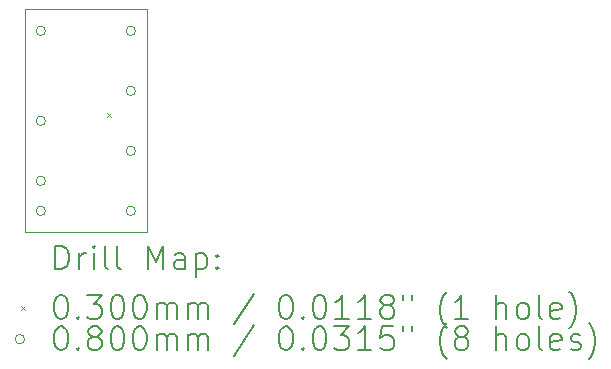
<source format=gbr>
%TF.GenerationSoftware,KiCad,Pcbnew,7.0.11*%
%TF.CreationDate,2024-05-17T15:10:11+03:00*%
%TF.ProjectId,time_delay,74696d65-5f64-4656-9c61-792e6b696361,rev?*%
%TF.SameCoordinates,Original*%
%TF.FileFunction,Drillmap*%
%TF.FilePolarity,Positive*%
%FSLAX45Y45*%
G04 Gerber Fmt 4.5, Leading zero omitted, Abs format (unit mm)*
G04 Created by KiCad (PCBNEW 7.0.11) date 2024-05-17 15:10:11*
%MOMM*%
%LPD*%
G01*
G04 APERTURE LIST*
%ADD10C,0.050000*%
%ADD11C,0.200000*%
%ADD12C,0.100000*%
G04 APERTURE END LIST*
D10*
X4140000Y-4290000D02*
X5170000Y-4290000D01*
X5170000Y-6180000D01*
X4140000Y-6180000D01*
X4140000Y-4290000D01*
D11*
D12*
X4835000Y-5175000D02*
X4865000Y-5205000D01*
X4865000Y-5175000D02*
X4835000Y-5205000D01*
X4315000Y-4475500D02*
G75*
G03*
X4235000Y-4475500I-40000J0D01*
G01*
X4235000Y-4475500D02*
G75*
G03*
X4315000Y-4475500I40000J0D01*
G01*
X4315000Y-5237500D02*
G75*
G03*
X4235000Y-5237500I-40000J0D01*
G01*
X4235000Y-5237500D02*
G75*
G03*
X4315000Y-5237500I40000J0D01*
G01*
X4315000Y-5745500D02*
G75*
G03*
X4235000Y-5745500I-40000J0D01*
G01*
X4235000Y-5745500D02*
G75*
G03*
X4315000Y-5745500I40000J0D01*
G01*
X4315000Y-5999500D02*
G75*
G03*
X4235000Y-5999500I-40000J0D01*
G01*
X4235000Y-5999500D02*
G75*
G03*
X4315000Y-5999500I40000J0D01*
G01*
X5077000Y-4475500D02*
G75*
G03*
X4997000Y-4475500I-40000J0D01*
G01*
X4997000Y-4475500D02*
G75*
G03*
X5077000Y-4475500I40000J0D01*
G01*
X5077000Y-4983500D02*
G75*
G03*
X4997000Y-4983500I-40000J0D01*
G01*
X4997000Y-4983500D02*
G75*
G03*
X5077000Y-4983500I40000J0D01*
G01*
X5077000Y-5491500D02*
G75*
G03*
X4997000Y-5491500I-40000J0D01*
G01*
X4997000Y-5491500D02*
G75*
G03*
X5077000Y-5491500I40000J0D01*
G01*
X5077000Y-5999500D02*
G75*
G03*
X4997000Y-5999500I-40000J0D01*
G01*
X4997000Y-5999500D02*
G75*
G03*
X5077000Y-5999500I40000J0D01*
G01*
D11*
X4398277Y-6493984D02*
X4398277Y-6293984D01*
X4398277Y-6293984D02*
X4445896Y-6293984D01*
X4445896Y-6293984D02*
X4474467Y-6303508D01*
X4474467Y-6303508D02*
X4493515Y-6322555D01*
X4493515Y-6322555D02*
X4503039Y-6341603D01*
X4503039Y-6341603D02*
X4512563Y-6379698D01*
X4512563Y-6379698D02*
X4512563Y-6408269D01*
X4512563Y-6408269D02*
X4503039Y-6446365D01*
X4503039Y-6446365D02*
X4493515Y-6465412D01*
X4493515Y-6465412D02*
X4474467Y-6484460D01*
X4474467Y-6484460D02*
X4445896Y-6493984D01*
X4445896Y-6493984D02*
X4398277Y-6493984D01*
X4598277Y-6493984D02*
X4598277Y-6360650D01*
X4598277Y-6398746D02*
X4607801Y-6379698D01*
X4607801Y-6379698D02*
X4617324Y-6370174D01*
X4617324Y-6370174D02*
X4636372Y-6360650D01*
X4636372Y-6360650D02*
X4655420Y-6360650D01*
X4722086Y-6493984D02*
X4722086Y-6360650D01*
X4722086Y-6293984D02*
X4712563Y-6303508D01*
X4712563Y-6303508D02*
X4722086Y-6313031D01*
X4722086Y-6313031D02*
X4731610Y-6303508D01*
X4731610Y-6303508D02*
X4722086Y-6293984D01*
X4722086Y-6293984D02*
X4722086Y-6313031D01*
X4845896Y-6493984D02*
X4826848Y-6484460D01*
X4826848Y-6484460D02*
X4817324Y-6465412D01*
X4817324Y-6465412D02*
X4817324Y-6293984D01*
X4950658Y-6493984D02*
X4931610Y-6484460D01*
X4931610Y-6484460D02*
X4922086Y-6465412D01*
X4922086Y-6465412D02*
X4922086Y-6293984D01*
X5179229Y-6493984D02*
X5179229Y-6293984D01*
X5179229Y-6293984D02*
X5245896Y-6436841D01*
X5245896Y-6436841D02*
X5312563Y-6293984D01*
X5312563Y-6293984D02*
X5312563Y-6493984D01*
X5493515Y-6493984D02*
X5493515Y-6389222D01*
X5493515Y-6389222D02*
X5483991Y-6370174D01*
X5483991Y-6370174D02*
X5464944Y-6360650D01*
X5464944Y-6360650D02*
X5426848Y-6360650D01*
X5426848Y-6360650D02*
X5407801Y-6370174D01*
X5493515Y-6484460D02*
X5474467Y-6493984D01*
X5474467Y-6493984D02*
X5426848Y-6493984D01*
X5426848Y-6493984D02*
X5407801Y-6484460D01*
X5407801Y-6484460D02*
X5398277Y-6465412D01*
X5398277Y-6465412D02*
X5398277Y-6446365D01*
X5398277Y-6446365D02*
X5407801Y-6427317D01*
X5407801Y-6427317D02*
X5426848Y-6417793D01*
X5426848Y-6417793D02*
X5474467Y-6417793D01*
X5474467Y-6417793D02*
X5493515Y-6408269D01*
X5588753Y-6360650D02*
X5588753Y-6560650D01*
X5588753Y-6370174D02*
X5607801Y-6360650D01*
X5607801Y-6360650D02*
X5645896Y-6360650D01*
X5645896Y-6360650D02*
X5664943Y-6370174D01*
X5664943Y-6370174D02*
X5674467Y-6379698D01*
X5674467Y-6379698D02*
X5683991Y-6398746D01*
X5683991Y-6398746D02*
X5683991Y-6455888D01*
X5683991Y-6455888D02*
X5674467Y-6474936D01*
X5674467Y-6474936D02*
X5664943Y-6484460D01*
X5664943Y-6484460D02*
X5645896Y-6493984D01*
X5645896Y-6493984D02*
X5607801Y-6493984D01*
X5607801Y-6493984D02*
X5588753Y-6484460D01*
X5769705Y-6474936D02*
X5779229Y-6484460D01*
X5779229Y-6484460D02*
X5769705Y-6493984D01*
X5769705Y-6493984D02*
X5760182Y-6484460D01*
X5760182Y-6484460D02*
X5769705Y-6474936D01*
X5769705Y-6474936D02*
X5769705Y-6493984D01*
X5769705Y-6370174D02*
X5779229Y-6379698D01*
X5779229Y-6379698D02*
X5769705Y-6389222D01*
X5769705Y-6389222D02*
X5760182Y-6379698D01*
X5760182Y-6379698D02*
X5769705Y-6370174D01*
X5769705Y-6370174D02*
X5769705Y-6389222D01*
D12*
X4107500Y-6807500D02*
X4137500Y-6837500D01*
X4137500Y-6807500D02*
X4107500Y-6837500D01*
D11*
X4436372Y-6713984D02*
X4455420Y-6713984D01*
X4455420Y-6713984D02*
X4474467Y-6723508D01*
X4474467Y-6723508D02*
X4483991Y-6733031D01*
X4483991Y-6733031D02*
X4493515Y-6752079D01*
X4493515Y-6752079D02*
X4503039Y-6790174D01*
X4503039Y-6790174D02*
X4503039Y-6837793D01*
X4503039Y-6837793D02*
X4493515Y-6875888D01*
X4493515Y-6875888D02*
X4483991Y-6894936D01*
X4483991Y-6894936D02*
X4474467Y-6904460D01*
X4474467Y-6904460D02*
X4455420Y-6913984D01*
X4455420Y-6913984D02*
X4436372Y-6913984D01*
X4436372Y-6913984D02*
X4417324Y-6904460D01*
X4417324Y-6904460D02*
X4407801Y-6894936D01*
X4407801Y-6894936D02*
X4398277Y-6875888D01*
X4398277Y-6875888D02*
X4388753Y-6837793D01*
X4388753Y-6837793D02*
X4388753Y-6790174D01*
X4388753Y-6790174D02*
X4398277Y-6752079D01*
X4398277Y-6752079D02*
X4407801Y-6733031D01*
X4407801Y-6733031D02*
X4417324Y-6723508D01*
X4417324Y-6723508D02*
X4436372Y-6713984D01*
X4588753Y-6894936D02*
X4598277Y-6904460D01*
X4598277Y-6904460D02*
X4588753Y-6913984D01*
X4588753Y-6913984D02*
X4579229Y-6904460D01*
X4579229Y-6904460D02*
X4588753Y-6894936D01*
X4588753Y-6894936D02*
X4588753Y-6913984D01*
X4664944Y-6713984D02*
X4788753Y-6713984D01*
X4788753Y-6713984D02*
X4722086Y-6790174D01*
X4722086Y-6790174D02*
X4750658Y-6790174D01*
X4750658Y-6790174D02*
X4769705Y-6799698D01*
X4769705Y-6799698D02*
X4779229Y-6809222D01*
X4779229Y-6809222D02*
X4788753Y-6828269D01*
X4788753Y-6828269D02*
X4788753Y-6875888D01*
X4788753Y-6875888D02*
X4779229Y-6894936D01*
X4779229Y-6894936D02*
X4769705Y-6904460D01*
X4769705Y-6904460D02*
X4750658Y-6913984D01*
X4750658Y-6913984D02*
X4693515Y-6913984D01*
X4693515Y-6913984D02*
X4674467Y-6904460D01*
X4674467Y-6904460D02*
X4664944Y-6894936D01*
X4912563Y-6713984D02*
X4931610Y-6713984D01*
X4931610Y-6713984D02*
X4950658Y-6723508D01*
X4950658Y-6723508D02*
X4960182Y-6733031D01*
X4960182Y-6733031D02*
X4969705Y-6752079D01*
X4969705Y-6752079D02*
X4979229Y-6790174D01*
X4979229Y-6790174D02*
X4979229Y-6837793D01*
X4979229Y-6837793D02*
X4969705Y-6875888D01*
X4969705Y-6875888D02*
X4960182Y-6894936D01*
X4960182Y-6894936D02*
X4950658Y-6904460D01*
X4950658Y-6904460D02*
X4931610Y-6913984D01*
X4931610Y-6913984D02*
X4912563Y-6913984D01*
X4912563Y-6913984D02*
X4893515Y-6904460D01*
X4893515Y-6904460D02*
X4883991Y-6894936D01*
X4883991Y-6894936D02*
X4874467Y-6875888D01*
X4874467Y-6875888D02*
X4864944Y-6837793D01*
X4864944Y-6837793D02*
X4864944Y-6790174D01*
X4864944Y-6790174D02*
X4874467Y-6752079D01*
X4874467Y-6752079D02*
X4883991Y-6733031D01*
X4883991Y-6733031D02*
X4893515Y-6723508D01*
X4893515Y-6723508D02*
X4912563Y-6713984D01*
X5103039Y-6713984D02*
X5122086Y-6713984D01*
X5122086Y-6713984D02*
X5141134Y-6723508D01*
X5141134Y-6723508D02*
X5150658Y-6733031D01*
X5150658Y-6733031D02*
X5160182Y-6752079D01*
X5160182Y-6752079D02*
X5169705Y-6790174D01*
X5169705Y-6790174D02*
X5169705Y-6837793D01*
X5169705Y-6837793D02*
X5160182Y-6875888D01*
X5160182Y-6875888D02*
X5150658Y-6894936D01*
X5150658Y-6894936D02*
X5141134Y-6904460D01*
X5141134Y-6904460D02*
X5122086Y-6913984D01*
X5122086Y-6913984D02*
X5103039Y-6913984D01*
X5103039Y-6913984D02*
X5083991Y-6904460D01*
X5083991Y-6904460D02*
X5074467Y-6894936D01*
X5074467Y-6894936D02*
X5064944Y-6875888D01*
X5064944Y-6875888D02*
X5055420Y-6837793D01*
X5055420Y-6837793D02*
X5055420Y-6790174D01*
X5055420Y-6790174D02*
X5064944Y-6752079D01*
X5064944Y-6752079D02*
X5074467Y-6733031D01*
X5074467Y-6733031D02*
X5083991Y-6723508D01*
X5083991Y-6723508D02*
X5103039Y-6713984D01*
X5255420Y-6913984D02*
X5255420Y-6780650D01*
X5255420Y-6799698D02*
X5264944Y-6790174D01*
X5264944Y-6790174D02*
X5283991Y-6780650D01*
X5283991Y-6780650D02*
X5312563Y-6780650D01*
X5312563Y-6780650D02*
X5331610Y-6790174D01*
X5331610Y-6790174D02*
X5341134Y-6809222D01*
X5341134Y-6809222D02*
X5341134Y-6913984D01*
X5341134Y-6809222D02*
X5350658Y-6790174D01*
X5350658Y-6790174D02*
X5369705Y-6780650D01*
X5369705Y-6780650D02*
X5398277Y-6780650D01*
X5398277Y-6780650D02*
X5417325Y-6790174D01*
X5417325Y-6790174D02*
X5426848Y-6809222D01*
X5426848Y-6809222D02*
X5426848Y-6913984D01*
X5522086Y-6913984D02*
X5522086Y-6780650D01*
X5522086Y-6799698D02*
X5531610Y-6790174D01*
X5531610Y-6790174D02*
X5550658Y-6780650D01*
X5550658Y-6780650D02*
X5579229Y-6780650D01*
X5579229Y-6780650D02*
X5598277Y-6790174D01*
X5598277Y-6790174D02*
X5607801Y-6809222D01*
X5607801Y-6809222D02*
X5607801Y-6913984D01*
X5607801Y-6809222D02*
X5617324Y-6790174D01*
X5617324Y-6790174D02*
X5636372Y-6780650D01*
X5636372Y-6780650D02*
X5664943Y-6780650D01*
X5664943Y-6780650D02*
X5683991Y-6790174D01*
X5683991Y-6790174D02*
X5693515Y-6809222D01*
X5693515Y-6809222D02*
X5693515Y-6913984D01*
X6083991Y-6704460D02*
X5912563Y-6961603D01*
X6341134Y-6713984D02*
X6360182Y-6713984D01*
X6360182Y-6713984D02*
X6379229Y-6723508D01*
X6379229Y-6723508D02*
X6388753Y-6733031D01*
X6388753Y-6733031D02*
X6398277Y-6752079D01*
X6398277Y-6752079D02*
X6407801Y-6790174D01*
X6407801Y-6790174D02*
X6407801Y-6837793D01*
X6407801Y-6837793D02*
X6398277Y-6875888D01*
X6398277Y-6875888D02*
X6388753Y-6894936D01*
X6388753Y-6894936D02*
X6379229Y-6904460D01*
X6379229Y-6904460D02*
X6360182Y-6913984D01*
X6360182Y-6913984D02*
X6341134Y-6913984D01*
X6341134Y-6913984D02*
X6322086Y-6904460D01*
X6322086Y-6904460D02*
X6312563Y-6894936D01*
X6312563Y-6894936D02*
X6303039Y-6875888D01*
X6303039Y-6875888D02*
X6293515Y-6837793D01*
X6293515Y-6837793D02*
X6293515Y-6790174D01*
X6293515Y-6790174D02*
X6303039Y-6752079D01*
X6303039Y-6752079D02*
X6312563Y-6733031D01*
X6312563Y-6733031D02*
X6322086Y-6723508D01*
X6322086Y-6723508D02*
X6341134Y-6713984D01*
X6493515Y-6894936D02*
X6503039Y-6904460D01*
X6503039Y-6904460D02*
X6493515Y-6913984D01*
X6493515Y-6913984D02*
X6483991Y-6904460D01*
X6483991Y-6904460D02*
X6493515Y-6894936D01*
X6493515Y-6894936D02*
X6493515Y-6913984D01*
X6626848Y-6713984D02*
X6645896Y-6713984D01*
X6645896Y-6713984D02*
X6664944Y-6723508D01*
X6664944Y-6723508D02*
X6674467Y-6733031D01*
X6674467Y-6733031D02*
X6683991Y-6752079D01*
X6683991Y-6752079D02*
X6693515Y-6790174D01*
X6693515Y-6790174D02*
X6693515Y-6837793D01*
X6693515Y-6837793D02*
X6683991Y-6875888D01*
X6683991Y-6875888D02*
X6674467Y-6894936D01*
X6674467Y-6894936D02*
X6664944Y-6904460D01*
X6664944Y-6904460D02*
X6645896Y-6913984D01*
X6645896Y-6913984D02*
X6626848Y-6913984D01*
X6626848Y-6913984D02*
X6607801Y-6904460D01*
X6607801Y-6904460D02*
X6598277Y-6894936D01*
X6598277Y-6894936D02*
X6588753Y-6875888D01*
X6588753Y-6875888D02*
X6579229Y-6837793D01*
X6579229Y-6837793D02*
X6579229Y-6790174D01*
X6579229Y-6790174D02*
X6588753Y-6752079D01*
X6588753Y-6752079D02*
X6598277Y-6733031D01*
X6598277Y-6733031D02*
X6607801Y-6723508D01*
X6607801Y-6723508D02*
X6626848Y-6713984D01*
X6883991Y-6913984D02*
X6769706Y-6913984D01*
X6826848Y-6913984D02*
X6826848Y-6713984D01*
X6826848Y-6713984D02*
X6807801Y-6742555D01*
X6807801Y-6742555D02*
X6788753Y-6761603D01*
X6788753Y-6761603D02*
X6769706Y-6771127D01*
X7074467Y-6913984D02*
X6960182Y-6913984D01*
X7017325Y-6913984D02*
X7017325Y-6713984D01*
X7017325Y-6713984D02*
X6998277Y-6742555D01*
X6998277Y-6742555D02*
X6979229Y-6761603D01*
X6979229Y-6761603D02*
X6960182Y-6771127D01*
X7188753Y-6799698D02*
X7169706Y-6790174D01*
X7169706Y-6790174D02*
X7160182Y-6780650D01*
X7160182Y-6780650D02*
X7150658Y-6761603D01*
X7150658Y-6761603D02*
X7150658Y-6752079D01*
X7150658Y-6752079D02*
X7160182Y-6733031D01*
X7160182Y-6733031D02*
X7169706Y-6723508D01*
X7169706Y-6723508D02*
X7188753Y-6713984D01*
X7188753Y-6713984D02*
X7226848Y-6713984D01*
X7226848Y-6713984D02*
X7245896Y-6723508D01*
X7245896Y-6723508D02*
X7255420Y-6733031D01*
X7255420Y-6733031D02*
X7264944Y-6752079D01*
X7264944Y-6752079D02*
X7264944Y-6761603D01*
X7264944Y-6761603D02*
X7255420Y-6780650D01*
X7255420Y-6780650D02*
X7245896Y-6790174D01*
X7245896Y-6790174D02*
X7226848Y-6799698D01*
X7226848Y-6799698D02*
X7188753Y-6799698D01*
X7188753Y-6799698D02*
X7169706Y-6809222D01*
X7169706Y-6809222D02*
X7160182Y-6818746D01*
X7160182Y-6818746D02*
X7150658Y-6837793D01*
X7150658Y-6837793D02*
X7150658Y-6875888D01*
X7150658Y-6875888D02*
X7160182Y-6894936D01*
X7160182Y-6894936D02*
X7169706Y-6904460D01*
X7169706Y-6904460D02*
X7188753Y-6913984D01*
X7188753Y-6913984D02*
X7226848Y-6913984D01*
X7226848Y-6913984D02*
X7245896Y-6904460D01*
X7245896Y-6904460D02*
X7255420Y-6894936D01*
X7255420Y-6894936D02*
X7264944Y-6875888D01*
X7264944Y-6875888D02*
X7264944Y-6837793D01*
X7264944Y-6837793D02*
X7255420Y-6818746D01*
X7255420Y-6818746D02*
X7245896Y-6809222D01*
X7245896Y-6809222D02*
X7226848Y-6799698D01*
X7341134Y-6713984D02*
X7341134Y-6752079D01*
X7417325Y-6713984D02*
X7417325Y-6752079D01*
X7712563Y-6990174D02*
X7703039Y-6980650D01*
X7703039Y-6980650D02*
X7683991Y-6952079D01*
X7683991Y-6952079D02*
X7674468Y-6933031D01*
X7674468Y-6933031D02*
X7664944Y-6904460D01*
X7664944Y-6904460D02*
X7655420Y-6856841D01*
X7655420Y-6856841D02*
X7655420Y-6818746D01*
X7655420Y-6818746D02*
X7664944Y-6771127D01*
X7664944Y-6771127D02*
X7674468Y-6742555D01*
X7674468Y-6742555D02*
X7683991Y-6723508D01*
X7683991Y-6723508D02*
X7703039Y-6694936D01*
X7703039Y-6694936D02*
X7712563Y-6685412D01*
X7893515Y-6913984D02*
X7779229Y-6913984D01*
X7836372Y-6913984D02*
X7836372Y-6713984D01*
X7836372Y-6713984D02*
X7817325Y-6742555D01*
X7817325Y-6742555D02*
X7798277Y-6761603D01*
X7798277Y-6761603D02*
X7779229Y-6771127D01*
X8131610Y-6913984D02*
X8131610Y-6713984D01*
X8217325Y-6913984D02*
X8217325Y-6809222D01*
X8217325Y-6809222D02*
X8207801Y-6790174D01*
X8207801Y-6790174D02*
X8188753Y-6780650D01*
X8188753Y-6780650D02*
X8160182Y-6780650D01*
X8160182Y-6780650D02*
X8141134Y-6790174D01*
X8141134Y-6790174D02*
X8131610Y-6799698D01*
X8341134Y-6913984D02*
X8322087Y-6904460D01*
X8322087Y-6904460D02*
X8312563Y-6894936D01*
X8312563Y-6894936D02*
X8303039Y-6875888D01*
X8303039Y-6875888D02*
X8303039Y-6818746D01*
X8303039Y-6818746D02*
X8312563Y-6799698D01*
X8312563Y-6799698D02*
X8322087Y-6790174D01*
X8322087Y-6790174D02*
X8341134Y-6780650D01*
X8341134Y-6780650D02*
X8369706Y-6780650D01*
X8369706Y-6780650D02*
X8388753Y-6790174D01*
X8388753Y-6790174D02*
X8398277Y-6799698D01*
X8398277Y-6799698D02*
X8407801Y-6818746D01*
X8407801Y-6818746D02*
X8407801Y-6875888D01*
X8407801Y-6875888D02*
X8398277Y-6894936D01*
X8398277Y-6894936D02*
X8388753Y-6904460D01*
X8388753Y-6904460D02*
X8369706Y-6913984D01*
X8369706Y-6913984D02*
X8341134Y-6913984D01*
X8522087Y-6913984D02*
X8503039Y-6904460D01*
X8503039Y-6904460D02*
X8493515Y-6885412D01*
X8493515Y-6885412D02*
X8493515Y-6713984D01*
X8674468Y-6904460D02*
X8655420Y-6913984D01*
X8655420Y-6913984D02*
X8617325Y-6913984D01*
X8617325Y-6913984D02*
X8598277Y-6904460D01*
X8598277Y-6904460D02*
X8588753Y-6885412D01*
X8588753Y-6885412D02*
X8588753Y-6809222D01*
X8588753Y-6809222D02*
X8598277Y-6790174D01*
X8598277Y-6790174D02*
X8617325Y-6780650D01*
X8617325Y-6780650D02*
X8655420Y-6780650D01*
X8655420Y-6780650D02*
X8674468Y-6790174D01*
X8674468Y-6790174D02*
X8683992Y-6809222D01*
X8683992Y-6809222D02*
X8683992Y-6828269D01*
X8683992Y-6828269D02*
X8588753Y-6847317D01*
X8750658Y-6990174D02*
X8760182Y-6980650D01*
X8760182Y-6980650D02*
X8779230Y-6952079D01*
X8779230Y-6952079D02*
X8788753Y-6933031D01*
X8788753Y-6933031D02*
X8798277Y-6904460D01*
X8798277Y-6904460D02*
X8807801Y-6856841D01*
X8807801Y-6856841D02*
X8807801Y-6818746D01*
X8807801Y-6818746D02*
X8798277Y-6771127D01*
X8798277Y-6771127D02*
X8788753Y-6742555D01*
X8788753Y-6742555D02*
X8779230Y-6723508D01*
X8779230Y-6723508D02*
X8760182Y-6694936D01*
X8760182Y-6694936D02*
X8750658Y-6685412D01*
D12*
X4137500Y-7086500D02*
G75*
G03*
X4057500Y-7086500I-40000J0D01*
G01*
X4057500Y-7086500D02*
G75*
G03*
X4137500Y-7086500I40000J0D01*
G01*
D11*
X4436372Y-6977984D02*
X4455420Y-6977984D01*
X4455420Y-6977984D02*
X4474467Y-6987508D01*
X4474467Y-6987508D02*
X4483991Y-6997031D01*
X4483991Y-6997031D02*
X4493515Y-7016079D01*
X4493515Y-7016079D02*
X4503039Y-7054174D01*
X4503039Y-7054174D02*
X4503039Y-7101793D01*
X4503039Y-7101793D02*
X4493515Y-7139888D01*
X4493515Y-7139888D02*
X4483991Y-7158936D01*
X4483991Y-7158936D02*
X4474467Y-7168460D01*
X4474467Y-7168460D02*
X4455420Y-7177984D01*
X4455420Y-7177984D02*
X4436372Y-7177984D01*
X4436372Y-7177984D02*
X4417324Y-7168460D01*
X4417324Y-7168460D02*
X4407801Y-7158936D01*
X4407801Y-7158936D02*
X4398277Y-7139888D01*
X4398277Y-7139888D02*
X4388753Y-7101793D01*
X4388753Y-7101793D02*
X4388753Y-7054174D01*
X4388753Y-7054174D02*
X4398277Y-7016079D01*
X4398277Y-7016079D02*
X4407801Y-6997031D01*
X4407801Y-6997031D02*
X4417324Y-6987508D01*
X4417324Y-6987508D02*
X4436372Y-6977984D01*
X4588753Y-7158936D02*
X4598277Y-7168460D01*
X4598277Y-7168460D02*
X4588753Y-7177984D01*
X4588753Y-7177984D02*
X4579229Y-7168460D01*
X4579229Y-7168460D02*
X4588753Y-7158936D01*
X4588753Y-7158936D02*
X4588753Y-7177984D01*
X4712563Y-7063698D02*
X4693515Y-7054174D01*
X4693515Y-7054174D02*
X4683991Y-7044650D01*
X4683991Y-7044650D02*
X4674467Y-7025603D01*
X4674467Y-7025603D02*
X4674467Y-7016079D01*
X4674467Y-7016079D02*
X4683991Y-6997031D01*
X4683991Y-6997031D02*
X4693515Y-6987508D01*
X4693515Y-6987508D02*
X4712563Y-6977984D01*
X4712563Y-6977984D02*
X4750658Y-6977984D01*
X4750658Y-6977984D02*
X4769705Y-6987508D01*
X4769705Y-6987508D02*
X4779229Y-6997031D01*
X4779229Y-6997031D02*
X4788753Y-7016079D01*
X4788753Y-7016079D02*
X4788753Y-7025603D01*
X4788753Y-7025603D02*
X4779229Y-7044650D01*
X4779229Y-7044650D02*
X4769705Y-7054174D01*
X4769705Y-7054174D02*
X4750658Y-7063698D01*
X4750658Y-7063698D02*
X4712563Y-7063698D01*
X4712563Y-7063698D02*
X4693515Y-7073222D01*
X4693515Y-7073222D02*
X4683991Y-7082746D01*
X4683991Y-7082746D02*
X4674467Y-7101793D01*
X4674467Y-7101793D02*
X4674467Y-7139888D01*
X4674467Y-7139888D02*
X4683991Y-7158936D01*
X4683991Y-7158936D02*
X4693515Y-7168460D01*
X4693515Y-7168460D02*
X4712563Y-7177984D01*
X4712563Y-7177984D02*
X4750658Y-7177984D01*
X4750658Y-7177984D02*
X4769705Y-7168460D01*
X4769705Y-7168460D02*
X4779229Y-7158936D01*
X4779229Y-7158936D02*
X4788753Y-7139888D01*
X4788753Y-7139888D02*
X4788753Y-7101793D01*
X4788753Y-7101793D02*
X4779229Y-7082746D01*
X4779229Y-7082746D02*
X4769705Y-7073222D01*
X4769705Y-7073222D02*
X4750658Y-7063698D01*
X4912563Y-6977984D02*
X4931610Y-6977984D01*
X4931610Y-6977984D02*
X4950658Y-6987508D01*
X4950658Y-6987508D02*
X4960182Y-6997031D01*
X4960182Y-6997031D02*
X4969705Y-7016079D01*
X4969705Y-7016079D02*
X4979229Y-7054174D01*
X4979229Y-7054174D02*
X4979229Y-7101793D01*
X4979229Y-7101793D02*
X4969705Y-7139888D01*
X4969705Y-7139888D02*
X4960182Y-7158936D01*
X4960182Y-7158936D02*
X4950658Y-7168460D01*
X4950658Y-7168460D02*
X4931610Y-7177984D01*
X4931610Y-7177984D02*
X4912563Y-7177984D01*
X4912563Y-7177984D02*
X4893515Y-7168460D01*
X4893515Y-7168460D02*
X4883991Y-7158936D01*
X4883991Y-7158936D02*
X4874467Y-7139888D01*
X4874467Y-7139888D02*
X4864944Y-7101793D01*
X4864944Y-7101793D02*
X4864944Y-7054174D01*
X4864944Y-7054174D02*
X4874467Y-7016079D01*
X4874467Y-7016079D02*
X4883991Y-6997031D01*
X4883991Y-6997031D02*
X4893515Y-6987508D01*
X4893515Y-6987508D02*
X4912563Y-6977984D01*
X5103039Y-6977984D02*
X5122086Y-6977984D01*
X5122086Y-6977984D02*
X5141134Y-6987508D01*
X5141134Y-6987508D02*
X5150658Y-6997031D01*
X5150658Y-6997031D02*
X5160182Y-7016079D01*
X5160182Y-7016079D02*
X5169705Y-7054174D01*
X5169705Y-7054174D02*
X5169705Y-7101793D01*
X5169705Y-7101793D02*
X5160182Y-7139888D01*
X5160182Y-7139888D02*
X5150658Y-7158936D01*
X5150658Y-7158936D02*
X5141134Y-7168460D01*
X5141134Y-7168460D02*
X5122086Y-7177984D01*
X5122086Y-7177984D02*
X5103039Y-7177984D01*
X5103039Y-7177984D02*
X5083991Y-7168460D01*
X5083991Y-7168460D02*
X5074467Y-7158936D01*
X5074467Y-7158936D02*
X5064944Y-7139888D01*
X5064944Y-7139888D02*
X5055420Y-7101793D01*
X5055420Y-7101793D02*
X5055420Y-7054174D01*
X5055420Y-7054174D02*
X5064944Y-7016079D01*
X5064944Y-7016079D02*
X5074467Y-6997031D01*
X5074467Y-6997031D02*
X5083991Y-6987508D01*
X5083991Y-6987508D02*
X5103039Y-6977984D01*
X5255420Y-7177984D02*
X5255420Y-7044650D01*
X5255420Y-7063698D02*
X5264944Y-7054174D01*
X5264944Y-7054174D02*
X5283991Y-7044650D01*
X5283991Y-7044650D02*
X5312563Y-7044650D01*
X5312563Y-7044650D02*
X5331610Y-7054174D01*
X5331610Y-7054174D02*
X5341134Y-7073222D01*
X5341134Y-7073222D02*
X5341134Y-7177984D01*
X5341134Y-7073222D02*
X5350658Y-7054174D01*
X5350658Y-7054174D02*
X5369705Y-7044650D01*
X5369705Y-7044650D02*
X5398277Y-7044650D01*
X5398277Y-7044650D02*
X5417325Y-7054174D01*
X5417325Y-7054174D02*
X5426848Y-7073222D01*
X5426848Y-7073222D02*
X5426848Y-7177984D01*
X5522086Y-7177984D02*
X5522086Y-7044650D01*
X5522086Y-7063698D02*
X5531610Y-7054174D01*
X5531610Y-7054174D02*
X5550658Y-7044650D01*
X5550658Y-7044650D02*
X5579229Y-7044650D01*
X5579229Y-7044650D02*
X5598277Y-7054174D01*
X5598277Y-7054174D02*
X5607801Y-7073222D01*
X5607801Y-7073222D02*
X5607801Y-7177984D01*
X5607801Y-7073222D02*
X5617324Y-7054174D01*
X5617324Y-7054174D02*
X5636372Y-7044650D01*
X5636372Y-7044650D02*
X5664943Y-7044650D01*
X5664943Y-7044650D02*
X5683991Y-7054174D01*
X5683991Y-7054174D02*
X5693515Y-7073222D01*
X5693515Y-7073222D02*
X5693515Y-7177984D01*
X6083991Y-6968460D02*
X5912563Y-7225603D01*
X6341134Y-6977984D02*
X6360182Y-6977984D01*
X6360182Y-6977984D02*
X6379229Y-6987508D01*
X6379229Y-6987508D02*
X6388753Y-6997031D01*
X6388753Y-6997031D02*
X6398277Y-7016079D01*
X6398277Y-7016079D02*
X6407801Y-7054174D01*
X6407801Y-7054174D02*
X6407801Y-7101793D01*
X6407801Y-7101793D02*
X6398277Y-7139888D01*
X6398277Y-7139888D02*
X6388753Y-7158936D01*
X6388753Y-7158936D02*
X6379229Y-7168460D01*
X6379229Y-7168460D02*
X6360182Y-7177984D01*
X6360182Y-7177984D02*
X6341134Y-7177984D01*
X6341134Y-7177984D02*
X6322086Y-7168460D01*
X6322086Y-7168460D02*
X6312563Y-7158936D01*
X6312563Y-7158936D02*
X6303039Y-7139888D01*
X6303039Y-7139888D02*
X6293515Y-7101793D01*
X6293515Y-7101793D02*
X6293515Y-7054174D01*
X6293515Y-7054174D02*
X6303039Y-7016079D01*
X6303039Y-7016079D02*
X6312563Y-6997031D01*
X6312563Y-6997031D02*
X6322086Y-6987508D01*
X6322086Y-6987508D02*
X6341134Y-6977984D01*
X6493515Y-7158936D02*
X6503039Y-7168460D01*
X6503039Y-7168460D02*
X6493515Y-7177984D01*
X6493515Y-7177984D02*
X6483991Y-7168460D01*
X6483991Y-7168460D02*
X6493515Y-7158936D01*
X6493515Y-7158936D02*
X6493515Y-7177984D01*
X6626848Y-6977984D02*
X6645896Y-6977984D01*
X6645896Y-6977984D02*
X6664944Y-6987508D01*
X6664944Y-6987508D02*
X6674467Y-6997031D01*
X6674467Y-6997031D02*
X6683991Y-7016079D01*
X6683991Y-7016079D02*
X6693515Y-7054174D01*
X6693515Y-7054174D02*
X6693515Y-7101793D01*
X6693515Y-7101793D02*
X6683991Y-7139888D01*
X6683991Y-7139888D02*
X6674467Y-7158936D01*
X6674467Y-7158936D02*
X6664944Y-7168460D01*
X6664944Y-7168460D02*
X6645896Y-7177984D01*
X6645896Y-7177984D02*
X6626848Y-7177984D01*
X6626848Y-7177984D02*
X6607801Y-7168460D01*
X6607801Y-7168460D02*
X6598277Y-7158936D01*
X6598277Y-7158936D02*
X6588753Y-7139888D01*
X6588753Y-7139888D02*
X6579229Y-7101793D01*
X6579229Y-7101793D02*
X6579229Y-7054174D01*
X6579229Y-7054174D02*
X6588753Y-7016079D01*
X6588753Y-7016079D02*
X6598277Y-6997031D01*
X6598277Y-6997031D02*
X6607801Y-6987508D01*
X6607801Y-6987508D02*
X6626848Y-6977984D01*
X6760182Y-6977984D02*
X6883991Y-6977984D01*
X6883991Y-6977984D02*
X6817325Y-7054174D01*
X6817325Y-7054174D02*
X6845896Y-7054174D01*
X6845896Y-7054174D02*
X6864944Y-7063698D01*
X6864944Y-7063698D02*
X6874467Y-7073222D01*
X6874467Y-7073222D02*
X6883991Y-7092269D01*
X6883991Y-7092269D02*
X6883991Y-7139888D01*
X6883991Y-7139888D02*
X6874467Y-7158936D01*
X6874467Y-7158936D02*
X6864944Y-7168460D01*
X6864944Y-7168460D02*
X6845896Y-7177984D01*
X6845896Y-7177984D02*
X6788753Y-7177984D01*
X6788753Y-7177984D02*
X6769706Y-7168460D01*
X6769706Y-7168460D02*
X6760182Y-7158936D01*
X7074467Y-7177984D02*
X6960182Y-7177984D01*
X7017325Y-7177984D02*
X7017325Y-6977984D01*
X7017325Y-6977984D02*
X6998277Y-7006555D01*
X6998277Y-7006555D02*
X6979229Y-7025603D01*
X6979229Y-7025603D02*
X6960182Y-7035127D01*
X7255420Y-6977984D02*
X7160182Y-6977984D01*
X7160182Y-6977984D02*
X7150658Y-7073222D01*
X7150658Y-7073222D02*
X7160182Y-7063698D01*
X7160182Y-7063698D02*
X7179229Y-7054174D01*
X7179229Y-7054174D02*
X7226848Y-7054174D01*
X7226848Y-7054174D02*
X7245896Y-7063698D01*
X7245896Y-7063698D02*
X7255420Y-7073222D01*
X7255420Y-7073222D02*
X7264944Y-7092269D01*
X7264944Y-7092269D02*
X7264944Y-7139888D01*
X7264944Y-7139888D02*
X7255420Y-7158936D01*
X7255420Y-7158936D02*
X7245896Y-7168460D01*
X7245896Y-7168460D02*
X7226848Y-7177984D01*
X7226848Y-7177984D02*
X7179229Y-7177984D01*
X7179229Y-7177984D02*
X7160182Y-7168460D01*
X7160182Y-7168460D02*
X7150658Y-7158936D01*
X7341134Y-6977984D02*
X7341134Y-7016079D01*
X7417325Y-6977984D02*
X7417325Y-7016079D01*
X7712563Y-7254174D02*
X7703039Y-7244650D01*
X7703039Y-7244650D02*
X7683991Y-7216079D01*
X7683991Y-7216079D02*
X7674468Y-7197031D01*
X7674468Y-7197031D02*
X7664944Y-7168460D01*
X7664944Y-7168460D02*
X7655420Y-7120841D01*
X7655420Y-7120841D02*
X7655420Y-7082746D01*
X7655420Y-7082746D02*
X7664944Y-7035127D01*
X7664944Y-7035127D02*
X7674468Y-7006555D01*
X7674468Y-7006555D02*
X7683991Y-6987508D01*
X7683991Y-6987508D02*
X7703039Y-6958936D01*
X7703039Y-6958936D02*
X7712563Y-6949412D01*
X7817325Y-7063698D02*
X7798277Y-7054174D01*
X7798277Y-7054174D02*
X7788753Y-7044650D01*
X7788753Y-7044650D02*
X7779229Y-7025603D01*
X7779229Y-7025603D02*
X7779229Y-7016079D01*
X7779229Y-7016079D02*
X7788753Y-6997031D01*
X7788753Y-6997031D02*
X7798277Y-6987508D01*
X7798277Y-6987508D02*
X7817325Y-6977984D01*
X7817325Y-6977984D02*
X7855420Y-6977984D01*
X7855420Y-6977984D02*
X7874468Y-6987508D01*
X7874468Y-6987508D02*
X7883991Y-6997031D01*
X7883991Y-6997031D02*
X7893515Y-7016079D01*
X7893515Y-7016079D02*
X7893515Y-7025603D01*
X7893515Y-7025603D02*
X7883991Y-7044650D01*
X7883991Y-7044650D02*
X7874468Y-7054174D01*
X7874468Y-7054174D02*
X7855420Y-7063698D01*
X7855420Y-7063698D02*
X7817325Y-7063698D01*
X7817325Y-7063698D02*
X7798277Y-7073222D01*
X7798277Y-7073222D02*
X7788753Y-7082746D01*
X7788753Y-7082746D02*
X7779229Y-7101793D01*
X7779229Y-7101793D02*
X7779229Y-7139888D01*
X7779229Y-7139888D02*
X7788753Y-7158936D01*
X7788753Y-7158936D02*
X7798277Y-7168460D01*
X7798277Y-7168460D02*
X7817325Y-7177984D01*
X7817325Y-7177984D02*
X7855420Y-7177984D01*
X7855420Y-7177984D02*
X7874468Y-7168460D01*
X7874468Y-7168460D02*
X7883991Y-7158936D01*
X7883991Y-7158936D02*
X7893515Y-7139888D01*
X7893515Y-7139888D02*
X7893515Y-7101793D01*
X7893515Y-7101793D02*
X7883991Y-7082746D01*
X7883991Y-7082746D02*
X7874468Y-7073222D01*
X7874468Y-7073222D02*
X7855420Y-7063698D01*
X8131610Y-7177984D02*
X8131610Y-6977984D01*
X8217325Y-7177984D02*
X8217325Y-7073222D01*
X8217325Y-7073222D02*
X8207801Y-7054174D01*
X8207801Y-7054174D02*
X8188753Y-7044650D01*
X8188753Y-7044650D02*
X8160182Y-7044650D01*
X8160182Y-7044650D02*
X8141134Y-7054174D01*
X8141134Y-7054174D02*
X8131610Y-7063698D01*
X8341134Y-7177984D02*
X8322087Y-7168460D01*
X8322087Y-7168460D02*
X8312563Y-7158936D01*
X8312563Y-7158936D02*
X8303039Y-7139888D01*
X8303039Y-7139888D02*
X8303039Y-7082746D01*
X8303039Y-7082746D02*
X8312563Y-7063698D01*
X8312563Y-7063698D02*
X8322087Y-7054174D01*
X8322087Y-7054174D02*
X8341134Y-7044650D01*
X8341134Y-7044650D02*
X8369706Y-7044650D01*
X8369706Y-7044650D02*
X8388753Y-7054174D01*
X8388753Y-7054174D02*
X8398277Y-7063698D01*
X8398277Y-7063698D02*
X8407801Y-7082746D01*
X8407801Y-7082746D02*
X8407801Y-7139888D01*
X8407801Y-7139888D02*
X8398277Y-7158936D01*
X8398277Y-7158936D02*
X8388753Y-7168460D01*
X8388753Y-7168460D02*
X8369706Y-7177984D01*
X8369706Y-7177984D02*
X8341134Y-7177984D01*
X8522087Y-7177984D02*
X8503039Y-7168460D01*
X8503039Y-7168460D02*
X8493515Y-7149412D01*
X8493515Y-7149412D02*
X8493515Y-6977984D01*
X8674468Y-7168460D02*
X8655420Y-7177984D01*
X8655420Y-7177984D02*
X8617325Y-7177984D01*
X8617325Y-7177984D02*
X8598277Y-7168460D01*
X8598277Y-7168460D02*
X8588753Y-7149412D01*
X8588753Y-7149412D02*
X8588753Y-7073222D01*
X8588753Y-7073222D02*
X8598277Y-7054174D01*
X8598277Y-7054174D02*
X8617325Y-7044650D01*
X8617325Y-7044650D02*
X8655420Y-7044650D01*
X8655420Y-7044650D02*
X8674468Y-7054174D01*
X8674468Y-7054174D02*
X8683992Y-7073222D01*
X8683992Y-7073222D02*
X8683992Y-7092269D01*
X8683992Y-7092269D02*
X8588753Y-7111317D01*
X8760182Y-7168460D02*
X8779230Y-7177984D01*
X8779230Y-7177984D02*
X8817325Y-7177984D01*
X8817325Y-7177984D02*
X8836373Y-7168460D01*
X8836373Y-7168460D02*
X8845896Y-7149412D01*
X8845896Y-7149412D02*
X8845896Y-7139888D01*
X8845896Y-7139888D02*
X8836373Y-7120841D01*
X8836373Y-7120841D02*
X8817325Y-7111317D01*
X8817325Y-7111317D02*
X8788753Y-7111317D01*
X8788753Y-7111317D02*
X8769706Y-7101793D01*
X8769706Y-7101793D02*
X8760182Y-7082746D01*
X8760182Y-7082746D02*
X8760182Y-7073222D01*
X8760182Y-7073222D02*
X8769706Y-7054174D01*
X8769706Y-7054174D02*
X8788753Y-7044650D01*
X8788753Y-7044650D02*
X8817325Y-7044650D01*
X8817325Y-7044650D02*
X8836373Y-7054174D01*
X8912563Y-7254174D02*
X8922087Y-7244650D01*
X8922087Y-7244650D02*
X8941134Y-7216079D01*
X8941134Y-7216079D02*
X8950658Y-7197031D01*
X8950658Y-7197031D02*
X8960182Y-7168460D01*
X8960182Y-7168460D02*
X8969706Y-7120841D01*
X8969706Y-7120841D02*
X8969706Y-7082746D01*
X8969706Y-7082746D02*
X8960182Y-7035127D01*
X8960182Y-7035127D02*
X8950658Y-7006555D01*
X8950658Y-7006555D02*
X8941134Y-6987508D01*
X8941134Y-6987508D02*
X8922087Y-6958936D01*
X8922087Y-6958936D02*
X8912563Y-6949412D01*
M02*

</source>
